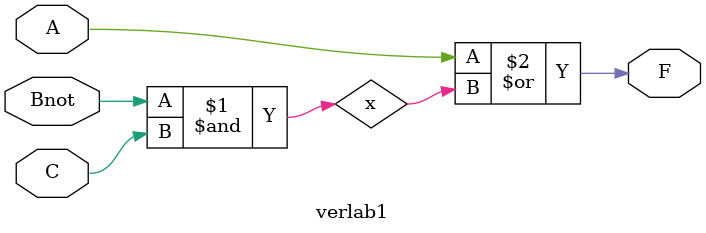
<source format=v>
module verlab1(F,A,Bnot,C);
output F;
input[0:0] A;
input[0:0] Bnot;
input[0:0] C;
wire[0:0] x;

and (x[0], Bnot[0], C[0]);
or (F, A[0], x[0]);

endmodule
</source>
